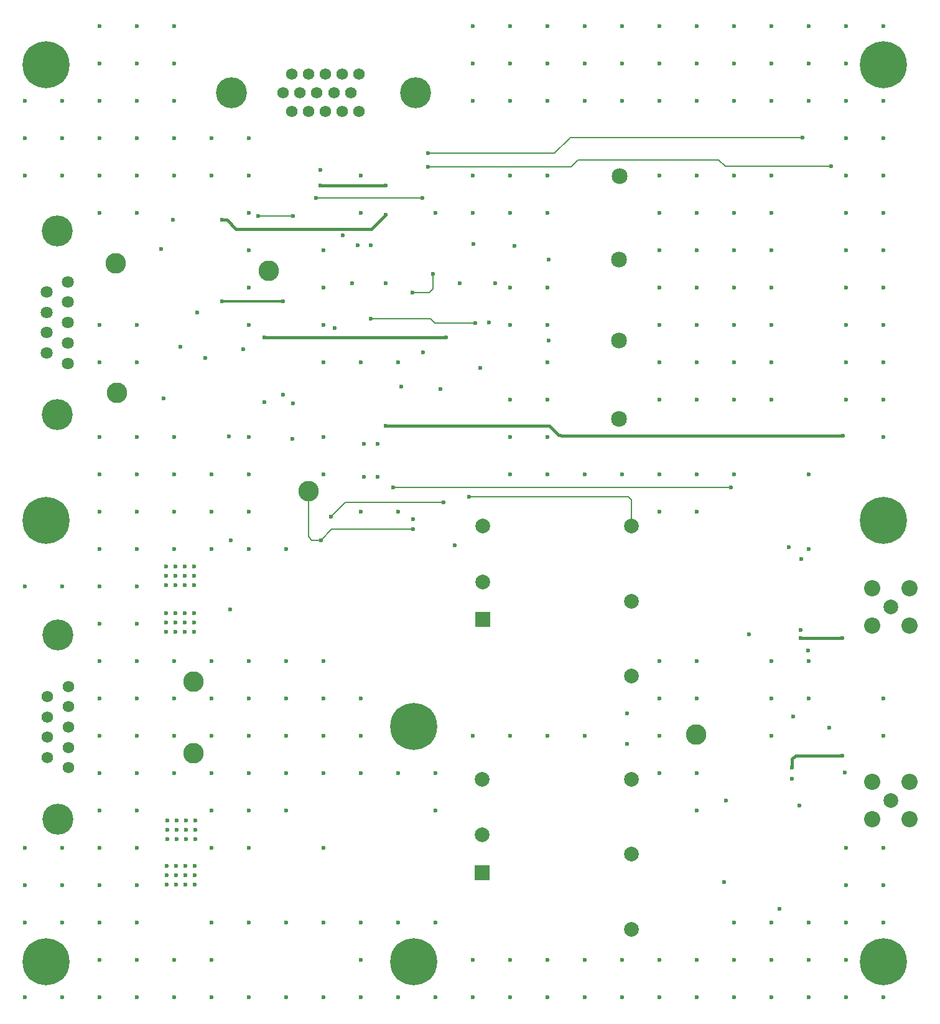
<source format=gbr>
%TF.GenerationSoftware,KiCad,Pcbnew,8.0.6*%
%TF.CreationDate,2025-05-15T16:07:21-04:00*%
%TF.ProjectId,2 - COLD_TPC_P25M5,32202d20-434f-44c4-945f-5450435f5032,rev?*%
%TF.SameCoordinates,Original*%
%TF.FileFunction,Copper,L5,Inr*%
%TF.FilePolarity,Positive*%
%FSLAX46Y46*%
G04 Gerber Fmt 4.6, Leading zero omitted, Abs format (unit mm)*
G04 Created by KiCad (PCBNEW 8.0.6) date 2025-05-15 16:07:21*
%MOMM*%
%LPD*%
G01*
G04 APERTURE LIST*
%TA.AperFunction,ComponentPad*%
%ADD10C,2.800000*%
%TD*%
%TA.AperFunction,ComponentPad*%
%ADD11C,6.400000*%
%TD*%
%TA.AperFunction,ComponentPad*%
%ADD12R,2.000000X2.000000*%
%TD*%
%TA.AperFunction,ComponentPad*%
%ADD13C,2.000000*%
%TD*%
%TA.AperFunction,ComponentPad*%
%ADD14C,2.159000*%
%TD*%
%TA.AperFunction,ComponentPad*%
%ADD15C,1.560000*%
%TD*%
%TA.AperFunction,ComponentPad*%
%ADD16C,4.216000*%
%TD*%
%TA.AperFunction,ComponentPad*%
%ADD17C,1.575000*%
%TD*%
%TA.AperFunction,ComponentPad*%
%ADD18C,1.635000*%
%TD*%
%TA.AperFunction,ComponentPad*%
%ADD19C,2.006600*%
%TD*%
%TA.AperFunction,ComponentPad*%
%ADD20C,2.209800*%
%TD*%
%TA.AperFunction,ViaPad*%
%ADD21C,0.600000*%
%TD*%
%TA.AperFunction,Conductor*%
%ADD22C,0.400000*%
%TD*%
%TA.AperFunction,Conductor*%
%ADD23C,0.200000*%
%TD*%
%TA.AperFunction,Conductor*%
%ADD24C,0.300000*%
%TD*%
G04 APERTURE END LIST*
D10*
%TO.N,/SEC_PWR_RTN*%
%TO.C,+12V_RTN1*%
X155090000Y-149640000D03*
%TD*%
D11*
%TO.N,CHASSIS*%
%TO.C,H5*%
X135000000Y-56000000D03*
%TD*%
%TO.N,CHASSIS*%
%TO.C,H7*%
X249000000Y-118000000D03*
%TD*%
%TO.N,CHASSIS*%
%TO.C,H6*%
X249000000Y-178000000D03*
%TD*%
%TO.N,CHASSIS*%
%TO.C,H3*%
X185000000Y-146000000D03*
%TD*%
D12*
%TO.N,/SiPM/SiPM_LV_Supply/SiPM_LV1/V_POS*%
%TO.C,U4*%
X194395000Y-131470000D03*
D13*
%TO.N,/SiPM/SiPM_LV_Supply/SiPM_LV1/V_RTN*%
X194395000Y-126370000D03*
%TO.N,/SiPM/SiPM_LV_Supply/SiPM_LV/V_Out_RTN*%
X214695000Y-139170000D03*
%TO.N,/SiPM/SiPM_LV_Supply/SiPM_LV1/TRIM*%
X214695000Y-128970000D03*
%TO.N,/SiPM/M5V*%
X214695000Y-118770000D03*
%TO.N,/SiPM/SiPM_LV_Supply/SiPM_LV/Enable*%
X194395000Y-118770000D03*
%TD*%
D14*
%TO.N,Net-(P1-Pad1)*%
%TO.C,P1*%
X212960000Y-93500000D03*
%TD*%
D10*
%TO.N,/P_SEC_TELEM_PWR*%
%TO.C,+5V1*%
X144520000Y-83000000D03*
%TD*%
D14*
%TO.N,Net-(M6-Pad3)*%
%TO.C,P4*%
X213060000Y-71180000D03*
%TD*%
%TO.N,Net-(P3-Pad1)*%
%TO.C,P3*%
X212970000Y-82510000D03*
%TD*%
D15*
%TO.N,/SEC_PWR_RTN*%
%TO.C,J1*%
X138030000Y-140575000D03*
X138030000Y-143345000D03*
%TO.N,unconnected-(J1-Pad3)*%
X138030000Y-146115000D03*
%TO.N,/SEC_PWR_RTN*%
X138030000Y-148885000D03*
X138030000Y-151655000D03*
%TO.N,/SEC_PWR_IN*%
X135190000Y-141960000D03*
X135190000Y-144730000D03*
X135190000Y-147500000D03*
X135190000Y-150270000D03*
D16*
%TO.N,CHASSIS*%
X136610000Y-133615000D03*
X136610000Y-158615000D03*
%TD*%
D10*
%TO.N,/SiPM/SiPM_LV_Supply/SiPM_LV/Enable*%
%TO.C,V_{EN}1*%
X170690000Y-114050000D03*
%TD*%
D17*
%TO.N,/SiPM_LV_Enable-*%
%TO.C,J3*%
X168434000Y-62350000D03*
%TO.N,/SiPM_LV_Enable+*%
X170724000Y-62350000D03*
%TO.N,/P2p5V_TELEM*%
X173014000Y-62350000D03*
%TO.N,/M5p0V_Telem*%
X175304000Y-62350000D03*
%TO.N,/P2p5_I_MON*%
X177594000Y-62350000D03*
%TO.N,/SEC_PWR_TELEM_RTN*%
X167289000Y-59810000D03*
X169579000Y-59810000D03*
X171869000Y-59810000D03*
X174159000Y-59810000D03*
X176449000Y-59810000D03*
%TO.N,/TEMP_TELEM*%
X168434000Y-57270000D03*
%TO.N,/SEC_PWR_TELEM_RTN*%
X170724000Y-57270000D03*
X173014000Y-57270000D03*
X175304000Y-57270000D03*
%TO.N,/M5V_I_MON*%
X177594000Y-57270000D03*
D16*
%TO.N,CHASSIS*%
X185255000Y-59810000D03*
X160265000Y-59810000D03*
%TD*%
D18*
%TO.N,/SEC_PWR_TELEM_RTN*%
%TO.C,J2*%
X137933250Y-96630000D03*
X137933250Y-93860000D03*
%TO.N,unconnected-(J2-Pad3)*%
X137933250Y-91090000D03*
%TO.N,/SEC_PWR_TELEM_RTN*%
X137933250Y-88320000D03*
X137933250Y-85550000D03*
%TO.N,/N_SEC_TELEM_PWR*%
X135093250Y-95245000D03*
X135093250Y-92475000D03*
%TO.N,/P_SEC_TELEM_PWR*%
X135093250Y-89705000D03*
X135093250Y-86935000D03*
D16*
%TO.N,CHASSIS*%
X136513250Y-78590000D03*
X136513250Y-103590000D03*
%TD*%
D11*
%TO.N,CHASSIS*%
%TO.C,H8*%
X135000000Y-118000000D03*
%TD*%
D14*
%TO.N,Net-(M5-Pad3)*%
%TO.C,P2*%
X212960000Y-104170000D03*
%TD*%
D11*
%TO.N,CHASSIS*%
%TO.C,H4*%
X185000000Y-178000000D03*
%TD*%
D19*
%TO.N,/SiPM/SiPM_LV_m5p0V*%
%TO.C,J5*%
X250000000Y-129780000D03*
D20*
%TO.N,/SiPM/SiPM_LV_Supply/SiPM_LV/V_Out_RTN*%
X252540000Y-127240000D03*
X247460000Y-127240000D03*
X247460000Y-132320000D03*
X252540000Y-132320000D03*
%TD*%
D10*
%TO.N,/SEC_PWR_IN*%
%TO.C,+12V1*%
X155090000Y-139890000D03*
%TD*%
%TO.N,/N_SEC_TELEM_PWR*%
%TO.C,-5V1*%
X144690000Y-100630000D03*
%TD*%
D19*
%TO.N,/SiPM/SiPM_LV_p2p5V*%
%TO.C,J4*%
X250000000Y-156110000D03*
D20*
%TO.N,/SiPM/SiPM_LV_Supply/SiPM_LV/V_Out_RTN*%
X252540000Y-153570000D03*
X247460000Y-153570000D03*
X247460000Y-158650000D03*
X252540000Y-158650000D03*
%TD*%
D11*
%TO.N,CHASSIS*%
%TO.C,H2*%
X135000000Y-178000000D03*
%TD*%
%TO.N,CHASSIS*%
%TO.C,H1*%
X249000000Y-56000000D03*
%TD*%
D12*
%TO.N,/SiPM/SiPM_LV_Supply/SiPM_LV/V_POS*%
%TO.C,U3*%
X194387500Y-165890000D03*
D13*
%TO.N,/SiPM/SiPM_LV_Supply/SiPM_LV/V_RTN*%
X194387500Y-160790000D03*
%TO.N,/SiPM/SiPM_LV_Supply/SiPM_LV/V_Out*%
X214687500Y-173590000D03*
%TO.N,/SiPM/SiPM_LV_Supply/SiPM_LV/TRIM*%
X214687500Y-163390000D03*
%TO.N,/SiPM/SiPM_LV_Supply/SiPM_LV/V_Out_RTN*%
X214687500Y-153190000D03*
%TO.N,/SiPM/SiPM_LV_Supply/SiPM_LV/Enable*%
X194387500Y-153190000D03*
%TD*%
D10*
%TO.N,/SEC_PWR_TELEM_RTN*%
%TO.C,Telem_RTN1*%
X165350000Y-84050000D03*
%TD*%
%TO.N,/SiPM/SiPM_LV_Supply/SiPM_LV/V_Out_RTN*%
%TO.C,V_{OUT_RTN}1*%
X223490000Y-147150000D03*
%TD*%
D21*
%TO.N,/SiPM/pV3p3*%
X237680000Y-133980000D03*
X181240000Y-105120000D03*
X181240000Y-76390000D03*
X243400000Y-133990000D03*
X243480000Y-106490000D03*
X181240000Y-72460000D03*
X172310000Y-72450000D03*
X181234150Y-85760000D03*
X243400000Y-149970000D03*
X236550000Y-151610000D03*
X158970000Y-77145000D03*
%TO.N,/SEC_PWR_RTN*%
X154017500Y-158820000D03*
X177800000Y-152400000D03*
X147320000Y-152400000D03*
X213360000Y-111760000D03*
X218440000Y-177800000D03*
X243840000Y-177800000D03*
X147320000Y-167640000D03*
X238760000Y-121920000D03*
X223520000Y-142240000D03*
X152400000Y-137160000D03*
X233680000Y-177800000D03*
X147320000Y-162560000D03*
X147320000Y-132080000D03*
X152635000Y-126775000D03*
X152747500Y-160090000D03*
X218440000Y-116840000D03*
X151365000Y-125505000D03*
X198120000Y-111760000D03*
X208280000Y-182880000D03*
X238760000Y-177800000D03*
X248920000Y-182880000D03*
X193040000Y-177800000D03*
X198120000Y-177800000D03*
X157480000Y-162560000D03*
X172720000Y-172720000D03*
X177800000Y-177800000D03*
X178250000Y-112050000D03*
X142240000Y-157480000D03*
X157480000Y-177800000D03*
X198120000Y-147320000D03*
X182880000Y-152400000D03*
X153905000Y-125505000D03*
X172720000Y-182880000D03*
X152400000Y-147320000D03*
X152400000Y-142240000D03*
X233680000Y-172720000D03*
X238760000Y-182880000D03*
X167640000Y-172720000D03*
X152400000Y-177800000D03*
X152400000Y-152400000D03*
X167640000Y-147320000D03*
X152747500Y-158820000D03*
X155175000Y-124235000D03*
X147320000Y-121920000D03*
X167640000Y-142240000D03*
X167640000Y-137160000D03*
X187960000Y-182880000D03*
X155287500Y-161360000D03*
X132080000Y-182880000D03*
X223520000Y-111760000D03*
X157480000Y-147320000D03*
X172720000Y-152400000D03*
X151365000Y-126775000D03*
X157480000Y-152400000D03*
X198120000Y-182880000D03*
X167640000Y-157480000D03*
X208280000Y-111760000D03*
X187960000Y-157480000D03*
X228600000Y-182880000D03*
X142240000Y-152400000D03*
X208280000Y-177800000D03*
X132080000Y-172720000D03*
X137160000Y-172720000D03*
X248920000Y-162560000D03*
X233680000Y-147320000D03*
X162560000Y-147320000D03*
X132080000Y-127000000D03*
X151477500Y-161360000D03*
X187960000Y-172720000D03*
X233680000Y-137160000D03*
X147320000Y-157480000D03*
X182880000Y-172720000D03*
X218440000Y-137160000D03*
X151477500Y-160090000D03*
X218440000Y-147320000D03*
X142240000Y-182880000D03*
X243840000Y-172720000D03*
X157480000Y-157480000D03*
X193040000Y-147320000D03*
X157480000Y-121920000D03*
X228600000Y-177800000D03*
X147320000Y-177800000D03*
X177800000Y-182880000D03*
X233680000Y-142240000D03*
X142240000Y-167640000D03*
X137160000Y-162560000D03*
X154017500Y-160090000D03*
X180140000Y-112050000D03*
X137160000Y-127000000D03*
X177800000Y-116840000D03*
X177800000Y-147320000D03*
X162560000Y-121920000D03*
X152747500Y-161360000D03*
X223520000Y-182880000D03*
X142240000Y-137160000D03*
X213360000Y-177800000D03*
X218440000Y-152400000D03*
X152400000Y-121920000D03*
X132080000Y-162560000D03*
X162560000Y-182880000D03*
X203200000Y-111760000D03*
X147320000Y-172720000D03*
X142240000Y-147320000D03*
X203200000Y-147320000D03*
X162560000Y-142240000D03*
X203200000Y-182880000D03*
X172720000Y-142240000D03*
X162560000Y-172720000D03*
X157480000Y-182880000D03*
X137160000Y-167640000D03*
X213360000Y-182880000D03*
X152400000Y-182880000D03*
X154017500Y-161360000D03*
X155175000Y-126775000D03*
X147320000Y-182880000D03*
X162560000Y-162560000D03*
X157480000Y-137160000D03*
X147320000Y-137160000D03*
X167640000Y-152400000D03*
X132080000Y-167640000D03*
X228600000Y-111760000D03*
X142240000Y-142240000D03*
X172720000Y-111760000D03*
X153905000Y-126775000D03*
X248920000Y-172720000D03*
X172720000Y-147320000D03*
X223520000Y-177800000D03*
X243840000Y-182880000D03*
X137160000Y-182880000D03*
X218440000Y-111760000D03*
X167640000Y-182880000D03*
X155287500Y-160090000D03*
X218440000Y-182880000D03*
X203200000Y-177800000D03*
X142240000Y-162560000D03*
X153905000Y-124235000D03*
X162560000Y-137160000D03*
X177800000Y-142240000D03*
X223520000Y-152400000D03*
X248920000Y-142240000D03*
X172720000Y-137160000D03*
X223520000Y-116840000D03*
X208280000Y-147320000D03*
X152635000Y-124235000D03*
X238760000Y-172720000D03*
X147320000Y-142240000D03*
X184980000Y-117850000D03*
X142240000Y-177800000D03*
X223520000Y-157480000D03*
X151477500Y-158820000D03*
X152635000Y-125505000D03*
X248920000Y-147320000D03*
X142240000Y-172720000D03*
X218440000Y-142240000D03*
X182880000Y-182880000D03*
X233680000Y-182880000D03*
X167640000Y-121920000D03*
X238760000Y-142240000D03*
X228600000Y-172720000D03*
X243840000Y-162560000D03*
X193040000Y-182880000D03*
X162560000Y-157480000D03*
X243840000Y-167640000D03*
X223520000Y-137160000D03*
X151365000Y-124235000D03*
X182880000Y-116840000D03*
X162560000Y-152400000D03*
X157480000Y-172720000D03*
X142240000Y-132080000D03*
X172720000Y-162560000D03*
X187960000Y-152400000D03*
X147320000Y-127000000D03*
X238760000Y-137160000D03*
X142240000Y-127000000D03*
X142240000Y-121920000D03*
X157480000Y-142240000D03*
X147320000Y-147320000D03*
X177800000Y-172720000D03*
X155175000Y-125505000D03*
X155287500Y-158820000D03*
X248920000Y-167640000D03*
%TO.N,CHASSIS*%
X214040000Y-148430000D03*
X214078000Y-144272000D03*
%TO.N,/SEC_PWR_TELEM_RTN*%
X198120000Y-50800000D03*
X132080000Y-60960000D03*
X152400000Y-55880000D03*
X203200000Y-96520000D03*
X147320000Y-76200000D03*
X203200000Y-86360000D03*
X228600000Y-101600000D03*
X223520000Y-60960000D03*
X243840000Y-91440000D03*
X223520000Y-50800000D03*
X248920000Y-66040000D03*
X198774150Y-80690000D03*
X208280000Y-50800000D03*
X228600000Y-60960000D03*
X238760000Y-60960000D03*
X243840000Y-50800000D03*
X243840000Y-60960000D03*
X213360000Y-55880000D03*
X157480000Y-66040000D03*
X248920000Y-101600000D03*
X157480000Y-71120000D03*
X157480000Y-116840000D03*
X152400000Y-116840000D03*
X203200000Y-106680000D03*
X218440000Y-101600000D03*
X238760000Y-111760000D03*
X233680000Y-91440000D03*
X147320000Y-50800000D03*
X248920000Y-91440000D03*
X218440000Y-86360000D03*
X177434150Y-80580000D03*
X228600000Y-86360000D03*
X223520000Y-101600000D03*
X198120000Y-106680000D03*
X172720000Y-81280000D03*
X142240000Y-71120000D03*
X142240000Y-76200000D03*
X162560000Y-86360000D03*
X162560000Y-76200000D03*
X153260000Y-94345000D03*
X218440000Y-60960000D03*
X198120000Y-101600000D03*
X193040000Y-60960000D03*
X162560000Y-111760000D03*
X233680000Y-50800000D03*
X147320000Y-60960000D03*
X243840000Y-86360000D03*
X147320000Y-106680000D03*
X172720000Y-96520000D03*
X218440000Y-91440000D03*
X233680000Y-60960000D03*
X233680000Y-101600000D03*
X147320000Y-66040000D03*
X152400000Y-111760000D03*
X218440000Y-81280000D03*
X228600000Y-55880000D03*
X203200000Y-101600000D03*
X236550000Y-153160000D03*
X213360000Y-50800000D03*
X223520000Y-76200000D03*
X228600000Y-71120000D03*
X223520000Y-86360000D03*
X218440000Y-50800000D03*
X162560000Y-81280000D03*
X147320000Y-116840000D03*
X248920000Y-81280000D03*
X243840000Y-55880000D03*
X203200000Y-91440000D03*
X152240000Y-77120000D03*
X223520000Y-81280000D03*
X243840000Y-101600000D03*
X194129150Y-97274800D03*
X198120000Y-76200000D03*
X137160000Y-71120000D03*
X152400000Y-66040000D03*
X233680000Y-86360000D03*
X178250000Y-107630000D03*
X233680000Y-55880000D03*
X208280000Y-60960000D03*
X236050000Y-121620000D03*
X132080000Y-71120000D03*
X142240000Y-106680000D03*
X243690000Y-152310000D03*
X203200000Y-60960000D03*
X137160000Y-60960000D03*
X172310000Y-70370000D03*
X176630000Y-85760000D03*
X142240000Y-50800000D03*
X168540000Y-106950000D03*
X159900000Y-106580000D03*
X243840000Y-96520000D03*
X150980000Y-101385000D03*
X157480000Y-111760000D03*
X193040000Y-55880000D03*
X150680000Y-81065000D03*
X203200000Y-55880000D03*
X213360000Y-60960000D03*
X132080000Y-66040000D03*
X162560000Y-106680000D03*
X193040000Y-50800000D03*
X233680000Y-60960000D03*
X193040000Y-71120000D03*
X198120000Y-71120000D03*
X243840000Y-71120000D03*
X155600000Y-89765000D03*
X223520000Y-91440000D03*
X177800000Y-96520000D03*
X228600000Y-91440000D03*
X142240000Y-91440000D03*
X162560000Y-66040000D03*
X248920000Y-76200000D03*
X142240000Y-96520000D03*
X233680000Y-71120000D03*
X237740000Y-132930000D03*
X142240000Y-66040000D03*
X238760000Y-55880000D03*
X172720000Y-91440000D03*
X142240000Y-60960000D03*
X223520000Y-96520000D03*
X248920000Y-106680000D03*
X182880000Y-96520000D03*
X193184150Y-80420000D03*
X152400000Y-106680000D03*
X152400000Y-50800000D03*
X198120000Y-60960000D03*
X228600000Y-96520000D03*
X248920000Y-86360000D03*
X152400000Y-71120000D03*
X243840000Y-66040000D03*
X142240000Y-111760000D03*
X233680000Y-76200000D03*
X172720000Y-106680000D03*
X180140000Y-107630000D03*
X248920000Y-50800000D03*
X198120000Y-55880000D03*
X177800000Y-71120000D03*
X233680000Y-96520000D03*
X230680000Y-133480000D03*
X162560000Y-91440000D03*
X147320000Y-91440000D03*
X203200000Y-71120000D03*
X161820000Y-94695000D03*
X198120000Y-86360000D03*
X142240000Y-55880000D03*
X203200000Y-76200000D03*
X183380000Y-99790000D03*
X137160000Y-66040000D03*
X147320000Y-55880000D03*
X233680000Y-81280000D03*
X238760000Y-50800000D03*
X218440000Y-71120000D03*
X243840000Y-81280000D03*
X218440000Y-55880000D03*
X228600000Y-50800000D03*
X198120000Y-91440000D03*
X248920000Y-96520000D03*
X208280000Y-55880000D03*
X218440000Y-96520000D03*
X195264150Y-91120000D03*
X248920000Y-60960000D03*
X177800000Y-76200000D03*
X162560000Y-116840000D03*
X223520000Y-55880000D03*
X196164150Y-85750000D03*
X147320000Y-111760000D03*
X152400000Y-60960000D03*
X193040000Y-76200000D03*
X187960000Y-76200000D03*
X142240000Y-116840000D03*
X147320000Y-71120000D03*
X162560000Y-71120000D03*
X228600000Y-76200000D03*
X172720000Y-86360000D03*
X147320000Y-96520000D03*
X203200000Y-50800000D03*
X223520000Y-71120000D03*
X228600000Y-81280000D03*
X243840000Y-76200000D03*
X236720000Y-144650000D03*
X218440000Y-76200000D03*
X248920000Y-71120000D03*
%TO.N,/SEC_PWR_IN*%
X152667500Y-166300000D03*
X155115000Y-133150000D03*
X155207500Y-167570000D03*
X153845000Y-130610000D03*
X151305000Y-130610000D03*
X155207500Y-165030000D03*
X153937500Y-165030000D03*
X152667500Y-167570000D03*
X151305000Y-131880000D03*
X153937500Y-167570000D03*
X153845000Y-131880000D03*
X152575000Y-131880000D03*
X151397500Y-167570000D03*
X151397500Y-166300000D03*
X152575000Y-130610000D03*
X152667500Y-165030000D03*
X151305000Y-133150000D03*
X155207500Y-166300000D03*
X153845000Y-133150000D03*
X155115000Y-131880000D03*
X152575000Y-133150000D03*
X151397500Y-165030000D03*
X153937500Y-166300000D03*
X160020000Y-130140000D03*
X160160000Y-120700000D03*
X155115000Y-130610000D03*
%TO.N,Net-(M2-Pad1)*%
X189080000Y-115560000D03*
X173770000Y-117510000D03*
%TO.N,/P2p5V_TELEM*%
X174310000Y-91820000D03*
%TO.N,/M5p0V_Telem*%
X175350000Y-79240000D03*
%TO.N,/TEMP_TELEM*%
X163910000Y-76580000D03*
X168570000Y-102120000D03*
X168570000Y-76570000D03*
%TO.N,Net-(C2-Pad2)*%
X241820000Y-69830000D03*
X187017482Y-69884549D03*
X241580000Y-146200000D03*
%TO.N,/SiPM/P2p5V*%
X187654150Y-84480000D03*
X228180000Y-113530000D03*
X184894150Y-87030000D03*
X182270000Y-113530000D03*
X237515000Y-156785000D03*
%TO.N,/SiPM/M5V*%
X192540000Y-114820000D03*
X179230000Y-90580000D03*
X193394150Y-91130000D03*
X179234150Y-80580000D03*
%TO.N,Net-(U9-OUT)*%
X238740000Y-135680000D03*
%TO.N,Net-(C31-Pad2)*%
X237950000Y-65950000D03*
X237770000Y-123210000D03*
X187000000Y-68050000D03*
%TO.N,/SiPM/SiPM_LV_Supply/SiPM_LV/Enable*%
X184990000Y-119200000D03*
X190600000Y-121430000D03*
X172390000Y-120700000D03*
%TO.N,/P_SEC_TELEM_PWR*%
X203440000Y-93510000D03*
X188670000Y-100170000D03*
X203400000Y-82510200D03*
X167220000Y-88200000D03*
X158971400Y-88205000D03*
X167220000Y-100870000D03*
%TO.N,/SiPM/SiPM_LV_Supply/SiPM_LV_Enable*%
X186280000Y-95110000D03*
X171750000Y-74110000D03*
X186260000Y-74110000D03*
%TO.N,/SiPM/nV3p3*%
X164690000Y-93100000D03*
X164690000Y-101940000D03*
X189480000Y-93100000D03*
X191304150Y-85750000D03*
%TO.N,/N_SEC_TELEM_PWR*%
X156660000Y-95925000D03*
%TO.N,/SiPM/SiPM_LV_Supply/SiPM_LV/V_Out_RTN*%
X227570000Y-156111400D03*
X234827500Y-170857500D03*
X227300000Y-167231400D03*
%TD*%
D22*
%TO.N,/SiPM/pV3p3*%
X159595000Y-77145000D02*
X160800000Y-78350000D01*
X243400000Y-133990000D02*
X243390000Y-133980000D01*
X236550000Y-150450000D02*
X236550000Y-151610000D01*
X181240000Y-105120000D02*
X203510000Y-105120000D01*
X243400000Y-149970000D02*
X237030000Y-149970000D01*
X160800000Y-78350000D02*
X173340000Y-78350000D01*
X181240000Y-72460000D02*
X172320000Y-72460000D01*
X205050000Y-106410000D02*
X205130000Y-106490000D01*
X203510000Y-105120000D02*
X204800000Y-106410000D01*
X158970000Y-77145000D02*
X159595000Y-77145000D01*
X173340000Y-78350000D02*
X179280000Y-78350000D01*
X237030000Y-149970000D02*
X236550000Y-150450000D01*
X243390000Y-133980000D02*
X237680000Y-133980000D01*
X179280000Y-78350000D02*
X181240000Y-76390000D01*
X204800000Y-106410000D02*
X205050000Y-106410000D01*
X205130000Y-106490000D02*
X243480000Y-106490000D01*
D23*
X172320000Y-72460000D02*
X172310000Y-72450000D01*
%TO.N,Net-(M2-Pad1)*%
X173770000Y-117510000D02*
X173800000Y-117510000D01*
X173800000Y-117510000D02*
X175750000Y-115560000D01*
X189080000Y-115560000D02*
X175750000Y-115560000D01*
%TO.N,/TEMP_TELEM*%
X168570000Y-76570000D02*
X163920000Y-76570000D01*
X163920000Y-76570000D02*
X163910000Y-76580000D01*
%TO.N,Net-(C2-Pad2)*%
X226560000Y-68970000D02*
X207400000Y-68970000D01*
X227420000Y-69830000D02*
X226560000Y-68970000D01*
X206485451Y-69884549D02*
X187017482Y-69884549D01*
X241820000Y-69830000D02*
X227420000Y-69830000D01*
X207400000Y-68970000D02*
X206485451Y-69884549D01*
%TO.N,/SiPM/P2p5V*%
X187654150Y-86525850D02*
X187654150Y-84480000D01*
X187150000Y-87030000D02*
X187654150Y-86525850D01*
X184894150Y-87030000D02*
X187150000Y-87030000D01*
X182270000Y-113530000D02*
X228180000Y-113530000D01*
%TO.N,/SiPM/M5V*%
X187340000Y-90580000D02*
X187890000Y-91130000D01*
X187890000Y-91130000D02*
X193394150Y-91130000D01*
X192540000Y-114820000D02*
X214270000Y-114820000D01*
X214270000Y-114820000D02*
X214695000Y-115245000D01*
X179230000Y-90580000D02*
X187340000Y-90580000D01*
X214695000Y-115245000D02*
X214695000Y-118770000D01*
%TO.N,Net-(C31-Pad2)*%
X206190000Y-66060000D02*
X206300000Y-65950000D01*
X204200000Y-68050000D02*
X206190000Y-66060000D01*
X187000000Y-68050000D02*
X204200000Y-68050000D01*
X206300000Y-65950000D02*
X237950000Y-65950000D01*
%TO.N,/SiPM/SiPM_LV_Supply/SiPM_LV/Enable*%
X172390000Y-120700000D02*
X171160000Y-120700000D01*
X172390000Y-120700000D02*
X173890000Y-119200000D01*
X173890000Y-119200000D02*
X184990000Y-119200000D01*
X171160000Y-120700000D02*
X170690000Y-120230000D01*
X170690000Y-120230000D02*
X170690000Y-114050000D01*
D24*
%TO.N,/P_SEC_TELEM_PWR*%
X158971400Y-88205000D02*
X167220000Y-88200000D01*
D22*
X167220000Y-88200000D02*
X167215000Y-88205000D01*
D23*
%TO.N,/SiPM/SiPM_LV_Supply/SiPM_LV_Enable*%
X171750000Y-74110000D02*
X186260000Y-74110000D01*
D22*
%TO.N,/SiPM/nV3p3*%
X189480000Y-93100000D02*
X164690000Y-93100000D01*
%TD*%
M02*

</source>
